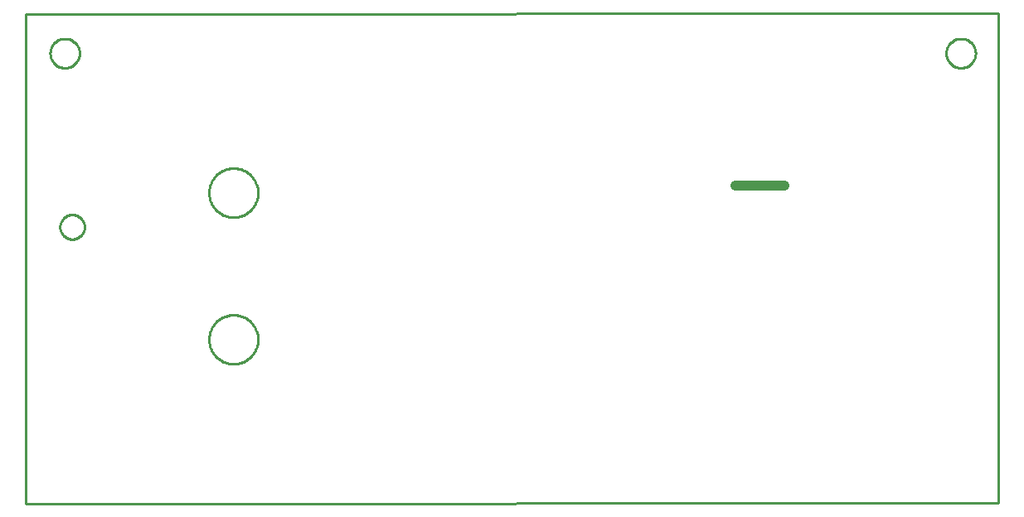
<source format=gko>
G04 EAGLE Gerber RS-274X export*
G75*
%MOMM*%
%FSLAX34Y34*%
%LPD*%
%INBoard Outline*%
%IPPOS*%
%AMOC8*
5,1,8,0,0,1.08239X$1,22.5*%
G01*
%ADD10C,0.254000*%
%ADD11C,1.016000*%
%ADD12C,0.000000*%
%ADD13C,0.254000*%


D10*
X0Y0D02*
X993050Y600D01*
X993050Y500950D01*
X0Y500350D01*
X0Y0D01*
D11*
X725000Y325000D02*
X775000Y325000D01*
D12*
X940000Y460000D02*
X940005Y460368D01*
X940018Y460736D01*
X940041Y461103D01*
X940072Y461470D01*
X940113Y461836D01*
X940162Y462201D01*
X940221Y462564D01*
X940288Y462926D01*
X940364Y463287D01*
X940450Y463645D01*
X940543Y464001D01*
X940646Y464354D01*
X940757Y464705D01*
X940877Y465053D01*
X941005Y465398D01*
X941142Y465740D01*
X941287Y466079D01*
X941440Y466413D01*
X941602Y466744D01*
X941771Y467071D01*
X941949Y467393D01*
X942134Y467712D01*
X942327Y468025D01*
X942528Y468334D01*
X942736Y468637D01*
X942952Y468935D01*
X943175Y469228D01*
X943405Y469516D01*
X943642Y469798D01*
X943886Y470073D01*
X944136Y470343D01*
X944393Y470607D01*
X944657Y470864D01*
X944927Y471114D01*
X945202Y471358D01*
X945484Y471595D01*
X945772Y471825D01*
X946065Y472048D01*
X946363Y472264D01*
X946666Y472472D01*
X946975Y472673D01*
X947288Y472866D01*
X947607Y473051D01*
X947929Y473229D01*
X948256Y473398D01*
X948587Y473560D01*
X948921Y473713D01*
X949260Y473858D01*
X949602Y473995D01*
X949947Y474123D01*
X950295Y474243D01*
X950646Y474354D01*
X950999Y474457D01*
X951355Y474550D01*
X951713Y474636D01*
X952074Y474712D01*
X952436Y474779D01*
X952799Y474838D01*
X953164Y474887D01*
X953530Y474928D01*
X953897Y474959D01*
X954264Y474982D01*
X954632Y474995D01*
X955000Y475000D01*
X955368Y474995D01*
X955736Y474982D01*
X956103Y474959D01*
X956470Y474928D01*
X956836Y474887D01*
X957201Y474838D01*
X957564Y474779D01*
X957926Y474712D01*
X958287Y474636D01*
X958645Y474550D01*
X959001Y474457D01*
X959354Y474354D01*
X959705Y474243D01*
X960053Y474123D01*
X960398Y473995D01*
X960740Y473858D01*
X961079Y473713D01*
X961413Y473560D01*
X961744Y473398D01*
X962071Y473229D01*
X962393Y473051D01*
X962712Y472866D01*
X963025Y472673D01*
X963334Y472472D01*
X963637Y472264D01*
X963935Y472048D01*
X964228Y471825D01*
X964516Y471595D01*
X964798Y471358D01*
X965073Y471114D01*
X965343Y470864D01*
X965607Y470607D01*
X965864Y470343D01*
X966114Y470073D01*
X966358Y469798D01*
X966595Y469516D01*
X966825Y469228D01*
X967048Y468935D01*
X967264Y468637D01*
X967472Y468334D01*
X967673Y468025D01*
X967866Y467712D01*
X968051Y467393D01*
X968229Y467071D01*
X968398Y466744D01*
X968560Y466413D01*
X968713Y466079D01*
X968858Y465740D01*
X968995Y465398D01*
X969123Y465053D01*
X969243Y464705D01*
X969354Y464354D01*
X969457Y464001D01*
X969550Y463645D01*
X969636Y463287D01*
X969712Y462926D01*
X969779Y462564D01*
X969838Y462201D01*
X969887Y461836D01*
X969928Y461470D01*
X969959Y461103D01*
X969982Y460736D01*
X969995Y460368D01*
X970000Y460000D01*
X969995Y459632D01*
X969982Y459264D01*
X969959Y458897D01*
X969928Y458530D01*
X969887Y458164D01*
X969838Y457799D01*
X969779Y457436D01*
X969712Y457074D01*
X969636Y456713D01*
X969550Y456355D01*
X969457Y455999D01*
X969354Y455646D01*
X969243Y455295D01*
X969123Y454947D01*
X968995Y454602D01*
X968858Y454260D01*
X968713Y453921D01*
X968560Y453587D01*
X968398Y453256D01*
X968229Y452929D01*
X968051Y452607D01*
X967866Y452288D01*
X967673Y451975D01*
X967472Y451666D01*
X967264Y451363D01*
X967048Y451065D01*
X966825Y450772D01*
X966595Y450484D01*
X966358Y450202D01*
X966114Y449927D01*
X965864Y449657D01*
X965607Y449393D01*
X965343Y449136D01*
X965073Y448886D01*
X964798Y448642D01*
X964516Y448405D01*
X964228Y448175D01*
X963935Y447952D01*
X963637Y447736D01*
X963334Y447528D01*
X963025Y447327D01*
X962712Y447134D01*
X962393Y446949D01*
X962071Y446771D01*
X961744Y446602D01*
X961413Y446440D01*
X961079Y446287D01*
X960740Y446142D01*
X960398Y446005D01*
X960053Y445877D01*
X959705Y445757D01*
X959354Y445646D01*
X959001Y445543D01*
X958645Y445450D01*
X958287Y445364D01*
X957926Y445288D01*
X957564Y445221D01*
X957201Y445162D01*
X956836Y445113D01*
X956470Y445072D01*
X956103Y445041D01*
X955736Y445018D01*
X955368Y445005D01*
X955000Y445000D01*
X954632Y445005D01*
X954264Y445018D01*
X953897Y445041D01*
X953530Y445072D01*
X953164Y445113D01*
X952799Y445162D01*
X952436Y445221D01*
X952074Y445288D01*
X951713Y445364D01*
X951355Y445450D01*
X950999Y445543D01*
X950646Y445646D01*
X950295Y445757D01*
X949947Y445877D01*
X949602Y446005D01*
X949260Y446142D01*
X948921Y446287D01*
X948587Y446440D01*
X948256Y446602D01*
X947929Y446771D01*
X947607Y446949D01*
X947288Y447134D01*
X946975Y447327D01*
X946666Y447528D01*
X946363Y447736D01*
X946065Y447952D01*
X945772Y448175D01*
X945484Y448405D01*
X945202Y448642D01*
X944927Y448886D01*
X944657Y449136D01*
X944393Y449393D01*
X944136Y449657D01*
X943886Y449927D01*
X943642Y450202D01*
X943405Y450484D01*
X943175Y450772D01*
X942952Y451065D01*
X942736Y451363D01*
X942528Y451666D01*
X942327Y451975D01*
X942134Y452288D01*
X941949Y452607D01*
X941771Y452929D01*
X941602Y453256D01*
X941440Y453587D01*
X941287Y453921D01*
X941142Y454260D01*
X941005Y454602D01*
X940877Y454947D01*
X940757Y455295D01*
X940646Y455646D01*
X940543Y455999D01*
X940450Y456355D01*
X940364Y456713D01*
X940288Y457074D01*
X940221Y457436D01*
X940162Y457799D01*
X940113Y458164D01*
X940072Y458530D01*
X940041Y458897D01*
X940018Y459264D01*
X940005Y459632D01*
X940000Y460000D01*
X187200Y167550D02*
X187208Y168164D01*
X187230Y168777D01*
X187268Y169389D01*
X187320Y170000D01*
X187388Y170610D01*
X187471Y171218D01*
X187568Y171824D01*
X187680Y172427D01*
X187807Y173028D01*
X187949Y173625D01*
X188106Y174218D01*
X188276Y174807D01*
X188462Y175392D01*
X188661Y175972D01*
X188875Y176547D01*
X189103Y177117D01*
X189345Y177681D01*
X189600Y178239D01*
X189869Y178790D01*
X190152Y179335D01*
X190448Y179872D01*
X190757Y180403D01*
X191079Y180925D01*
X191413Y181439D01*
X191760Y181945D01*
X192120Y182442D01*
X192491Y182931D01*
X192875Y183410D01*
X193270Y183879D01*
X193676Y184339D01*
X194094Y184789D01*
X194522Y185228D01*
X194961Y185656D01*
X195411Y186074D01*
X195871Y186480D01*
X196340Y186875D01*
X196819Y187259D01*
X197308Y187630D01*
X197805Y187990D01*
X198311Y188337D01*
X198825Y188671D01*
X199347Y188993D01*
X199878Y189302D01*
X200415Y189598D01*
X200960Y189881D01*
X201511Y190150D01*
X202069Y190405D01*
X202633Y190647D01*
X203203Y190875D01*
X203778Y191089D01*
X204358Y191288D01*
X204943Y191474D01*
X205532Y191644D01*
X206125Y191801D01*
X206722Y191943D01*
X207323Y192070D01*
X207926Y192182D01*
X208532Y192279D01*
X209140Y192362D01*
X209750Y192430D01*
X210361Y192482D01*
X210973Y192520D01*
X211586Y192542D01*
X212200Y192550D01*
X212814Y192542D01*
X213427Y192520D01*
X214039Y192482D01*
X214650Y192430D01*
X215260Y192362D01*
X215868Y192279D01*
X216474Y192182D01*
X217077Y192070D01*
X217678Y191943D01*
X218275Y191801D01*
X218868Y191644D01*
X219457Y191474D01*
X220042Y191288D01*
X220622Y191089D01*
X221197Y190875D01*
X221767Y190647D01*
X222331Y190405D01*
X222889Y190150D01*
X223440Y189881D01*
X223985Y189598D01*
X224522Y189302D01*
X225053Y188993D01*
X225575Y188671D01*
X226089Y188337D01*
X226595Y187990D01*
X227092Y187630D01*
X227581Y187259D01*
X228060Y186875D01*
X228529Y186480D01*
X228989Y186074D01*
X229439Y185656D01*
X229878Y185228D01*
X230306Y184789D01*
X230724Y184339D01*
X231130Y183879D01*
X231525Y183410D01*
X231909Y182931D01*
X232280Y182442D01*
X232640Y181945D01*
X232987Y181439D01*
X233321Y180925D01*
X233643Y180403D01*
X233952Y179872D01*
X234248Y179335D01*
X234531Y178790D01*
X234800Y178239D01*
X235055Y177681D01*
X235297Y177117D01*
X235525Y176547D01*
X235739Y175972D01*
X235938Y175392D01*
X236124Y174807D01*
X236294Y174218D01*
X236451Y173625D01*
X236593Y173028D01*
X236720Y172427D01*
X236832Y171824D01*
X236929Y171218D01*
X237012Y170610D01*
X237080Y170000D01*
X237132Y169389D01*
X237170Y168777D01*
X237192Y168164D01*
X237200Y167550D01*
X237192Y166936D01*
X237170Y166323D01*
X237132Y165711D01*
X237080Y165100D01*
X237012Y164490D01*
X236929Y163882D01*
X236832Y163276D01*
X236720Y162673D01*
X236593Y162072D01*
X236451Y161475D01*
X236294Y160882D01*
X236124Y160293D01*
X235938Y159708D01*
X235739Y159128D01*
X235525Y158553D01*
X235297Y157983D01*
X235055Y157419D01*
X234800Y156861D01*
X234531Y156310D01*
X234248Y155765D01*
X233952Y155228D01*
X233643Y154697D01*
X233321Y154175D01*
X232987Y153661D01*
X232640Y153155D01*
X232280Y152658D01*
X231909Y152169D01*
X231525Y151690D01*
X231130Y151221D01*
X230724Y150761D01*
X230306Y150311D01*
X229878Y149872D01*
X229439Y149444D01*
X228989Y149026D01*
X228529Y148620D01*
X228060Y148225D01*
X227581Y147841D01*
X227092Y147470D01*
X226595Y147110D01*
X226089Y146763D01*
X225575Y146429D01*
X225053Y146107D01*
X224522Y145798D01*
X223985Y145502D01*
X223440Y145219D01*
X222889Y144950D01*
X222331Y144695D01*
X221767Y144453D01*
X221197Y144225D01*
X220622Y144011D01*
X220042Y143812D01*
X219457Y143626D01*
X218868Y143456D01*
X218275Y143299D01*
X217678Y143157D01*
X217077Y143030D01*
X216474Y142918D01*
X215868Y142821D01*
X215260Y142738D01*
X214650Y142670D01*
X214039Y142618D01*
X213427Y142580D01*
X212814Y142558D01*
X212200Y142550D01*
X211586Y142558D01*
X210973Y142580D01*
X210361Y142618D01*
X209750Y142670D01*
X209140Y142738D01*
X208532Y142821D01*
X207926Y142918D01*
X207323Y143030D01*
X206722Y143157D01*
X206125Y143299D01*
X205532Y143456D01*
X204943Y143626D01*
X204358Y143812D01*
X203778Y144011D01*
X203203Y144225D01*
X202633Y144453D01*
X202069Y144695D01*
X201511Y144950D01*
X200960Y145219D01*
X200415Y145502D01*
X199878Y145798D01*
X199347Y146107D01*
X198825Y146429D01*
X198311Y146763D01*
X197805Y147110D01*
X197308Y147470D01*
X196819Y147841D01*
X196340Y148225D01*
X195871Y148620D01*
X195411Y149026D01*
X194961Y149444D01*
X194522Y149872D01*
X194094Y150311D01*
X193676Y150761D01*
X193270Y151221D01*
X192875Y151690D01*
X192491Y152169D01*
X192120Y152658D01*
X191760Y153155D01*
X191413Y153661D01*
X191079Y154175D01*
X190757Y154697D01*
X190448Y155228D01*
X190152Y155765D01*
X189869Y156310D01*
X189600Y156861D01*
X189345Y157419D01*
X189103Y157983D01*
X188875Y158553D01*
X188661Y159128D01*
X188462Y159708D01*
X188276Y160293D01*
X188106Y160882D01*
X187949Y161475D01*
X187807Y162072D01*
X187680Y162673D01*
X187568Y163276D01*
X187471Y163882D01*
X187388Y164490D01*
X187320Y165100D01*
X187268Y165711D01*
X187230Y166323D01*
X187208Y166936D01*
X187200Y167550D01*
X187200Y317550D02*
X187208Y318164D01*
X187230Y318777D01*
X187268Y319389D01*
X187320Y320000D01*
X187388Y320610D01*
X187471Y321218D01*
X187568Y321824D01*
X187680Y322427D01*
X187807Y323028D01*
X187949Y323625D01*
X188106Y324218D01*
X188276Y324807D01*
X188462Y325392D01*
X188661Y325972D01*
X188875Y326547D01*
X189103Y327117D01*
X189345Y327681D01*
X189600Y328239D01*
X189869Y328790D01*
X190152Y329335D01*
X190448Y329872D01*
X190757Y330403D01*
X191079Y330925D01*
X191413Y331439D01*
X191760Y331945D01*
X192120Y332442D01*
X192491Y332931D01*
X192875Y333410D01*
X193270Y333879D01*
X193676Y334339D01*
X194094Y334789D01*
X194522Y335228D01*
X194961Y335656D01*
X195411Y336074D01*
X195871Y336480D01*
X196340Y336875D01*
X196819Y337259D01*
X197308Y337630D01*
X197805Y337990D01*
X198311Y338337D01*
X198825Y338671D01*
X199347Y338993D01*
X199878Y339302D01*
X200415Y339598D01*
X200960Y339881D01*
X201511Y340150D01*
X202069Y340405D01*
X202633Y340647D01*
X203203Y340875D01*
X203778Y341089D01*
X204358Y341288D01*
X204943Y341474D01*
X205532Y341644D01*
X206125Y341801D01*
X206722Y341943D01*
X207323Y342070D01*
X207926Y342182D01*
X208532Y342279D01*
X209140Y342362D01*
X209750Y342430D01*
X210361Y342482D01*
X210973Y342520D01*
X211586Y342542D01*
X212200Y342550D01*
X212814Y342542D01*
X213427Y342520D01*
X214039Y342482D01*
X214650Y342430D01*
X215260Y342362D01*
X215868Y342279D01*
X216474Y342182D01*
X217077Y342070D01*
X217678Y341943D01*
X218275Y341801D01*
X218868Y341644D01*
X219457Y341474D01*
X220042Y341288D01*
X220622Y341089D01*
X221197Y340875D01*
X221767Y340647D01*
X222331Y340405D01*
X222889Y340150D01*
X223440Y339881D01*
X223985Y339598D01*
X224522Y339302D01*
X225053Y338993D01*
X225575Y338671D01*
X226089Y338337D01*
X226595Y337990D01*
X227092Y337630D01*
X227581Y337259D01*
X228060Y336875D01*
X228529Y336480D01*
X228989Y336074D01*
X229439Y335656D01*
X229878Y335228D01*
X230306Y334789D01*
X230724Y334339D01*
X231130Y333879D01*
X231525Y333410D01*
X231909Y332931D01*
X232280Y332442D01*
X232640Y331945D01*
X232987Y331439D01*
X233321Y330925D01*
X233643Y330403D01*
X233952Y329872D01*
X234248Y329335D01*
X234531Y328790D01*
X234800Y328239D01*
X235055Y327681D01*
X235297Y327117D01*
X235525Y326547D01*
X235739Y325972D01*
X235938Y325392D01*
X236124Y324807D01*
X236294Y324218D01*
X236451Y323625D01*
X236593Y323028D01*
X236720Y322427D01*
X236832Y321824D01*
X236929Y321218D01*
X237012Y320610D01*
X237080Y320000D01*
X237132Y319389D01*
X237170Y318777D01*
X237192Y318164D01*
X237200Y317550D01*
X237192Y316936D01*
X237170Y316323D01*
X237132Y315711D01*
X237080Y315100D01*
X237012Y314490D01*
X236929Y313882D01*
X236832Y313276D01*
X236720Y312673D01*
X236593Y312072D01*
X236451Y311475D01*
X236294Y310882D01*
X236124Y310293D01*
X235938Y309708D01*
X235739Y309128D01*
X235525Y308553D01*
X235297Y307983D01*
X235055Y307419D01*
X234800Y306861D01*
X234531Y306310D01*
X234248Y305765D01*
X233952Y305228D01*
X233643Y304697D01*
X233321Y304175D01*
X232987Y303661D01*
X232640Y303155D01*
X232280Y302658D01*
X231909Y302169D01*
X231525Y301690D01*
X231130Y301221D01*
X230724Y300761D01*
X230306Y300311D01*
X229878Y299872D01*
X229439Y299444D01*
X228989Y299026D01*
X228529Y298620D01*
X228060Y298225D01*
X227581Y297841D01*
X227092Y297470D01*
X226595Y297110D01*
X226089Y296763D01*
X225575Y296429D01*
X225053Y296107D01*
X224522Y295798D01*
X223985Y295502D01*
X223440Y295219D01*
X222889Y294950D01*
X222331Y294695D01*
X221767Y294453D01*
X221197Y294225D01*
X220622Y294011D01*
X220042Y293812D01*
X219457Y293626D01*
X218868Y293456D01*
X218275Y293299D01*
X217678Y293157D01*
X217077Y293030D01*
X216474Y292918D01*
X215868Y292821D01*
X215260Y292738D01*
X214650Y292670D01*
X214039Y292618D01*
X213427Y292580D01*
X212814Y292558D01*
X212200Y292550D01*
X211586Y292558D01*
X210973Y292580D01*
X210361Y292618D01*
X209750Y292670D01*
X209140Y292738D01*
X208532Y292821D01*
X207926Y292918D01*
X207323Y293030D01*
X206722Y293157D01*
X206125Y293299D01*
X205532Y293456D01*
X204943Y293626D01*
X204358Y293812D01*
X203778Y294011D01*
X203203Y294225D01*
X202633Y294453D01*
X202069Y294695D01*
X201511Y294950D01*
X200960Y295219D01*
X200415Y295502D01*
X199878Y295798D01*
X199347Y296107D01*
X198825Y296429D01*
X198311Y296763D01*
X197805Y297110D01*
X197308Y297470D01*
X196819Y297841D01*
X196340Y298225D01*
X195871Y298620D01*
X195411Y299026D01*
X194961Y299444D01*
X194522Y299872D01*
X194094Y300311D01*
X193676Y300761D01*
X193270Y301221D01*
X192875Y301690D01*
X192491Y302169D01*
X192120Y302658D01*
X191760Y303155D01*
X191413Y303661D01*
X191079Y304175D01*
X190757Y304697D01*
X190448Y305228D01*
X190152Y305765D01*
X189869Y306310D01*
X189600Y306861D01*
X189345Y307419D01*
X189103Y307983D01*
X188875Y308553D01*
X188661Y309128D01*
X188462Y309708D01*
X188276Y310293D01*
X188106Y310882D01*
X187949Y311475D01*
X187807Y312072D01*
X187680Y312673D01*
X187568Y313276D01*
X187471Y313882D01*
X187388Y314490D01*
X187320Y315100D01*
X187268Y315711D01*
X187230Y316323D01*
X187208Y316936D01*
X187200Y317550D01*
X25000Y460000D02*
X25005Y460368D01*
X25018Y460736D01*
X25041Y461103D01*
X25072Y461470D01*
X25113Y461836D01*
X25162Y462201D01*
X25221Y462564D01*
X25288Y462926D01*
X25364Y463287D01*
X25450Y463645D01*
X25543Y464001D01*
X25646Y464354D01*
X25757Y464705D01*
X25877Y465053D01*
X26005Y465398D01*
X26142Y465740D01*
X26287Y466079D01*
X26440Y466413D01*
X26602Y466744D01*
X26771Y467071D01*
X26949Y467393D01*
X27134Y467712D01*
X27327Y468025D01*
X27528Y468334D01*
X27736Y468637D01*
X27952Y468935D01*
X28175Y469228D01*
X28405Y469516D01*
X28642Y469798D01*
X28886Y470073D01*
X29136Y470343D01*
X29393Y470607D01*
X29657Y470864D01*
X29927Y471114D01*
X30202Y471358D01*
X30484Y471595D01*
X30772Y471825D01*
X31065Y472048D01*
X31363Y472264D01*
X31666Y472472D01*
X31975Y472673D01*
X32288Y472866D01*
X32607Y473051D01*
X32929Y473229D01*
X33256Y473398D01*
X33587Y473560D01*
X33921Y473713D01*
X34260Y473858D01*
X34602Y473995D01*
X34947Y474123D01*
X35295Y474243D01*
X35646Y474354D01*
X35999Y474457D01*
X36355Y474550D01*
X36713Y474636D01*
X37074Y474712D01*
X37436Y474779D01*
X37799Y474838D01*
X38164Y474887D01*
X38530Y474928D01*
X38897Y474959D01*
X39264Y474982D01*
X39632Y474995D01*
X40000Y475000D01*
X40368Y474995D01*
X40736Y474982D01*
X41103Y474959D01*
X41470Y474928D01*
X41836Y474887D01*
X42201Y474838D01*
X42564Y474779D01*
X42926Y474712D01*
X43287Y474636D01*
X43645Y474550D01*
X44001Y474457D01*
X44354Y474354D01*
X44705Y474243D01*
X45053Y474123D01*
X45398Y473995D01*
X45740Y473858D01*
X46079Y473713D01*
X46413Y473560D01*
X46744Y473398D01*
X47071Y473229D01*
X47393Y473051D01*
X47712Y472866D01*
X48025Y472673D01*
X48334Y472472D01*
X48637Y472264D01*
X48935Y472048D01*
X49228Y471825D01*
X49516Y471595D01*
X49798Y471358D01*
X50073Y471114D01*
X50343Y470864D01*
X50607Y470607D01*
X50864Y470343D01*
X51114Y470073D01*
X51358Y469798D01*
X51595Y469516D01*
X51825Y469228D01*
X52048Y468935D01*
X52264Y468637D01*
X52472Y468334D01*
X52673Y468025D01*
X52866Y467712D01*
X53051Y467393D01*
X53229Y467071D01*
X53398Y466744D01*
X53560Y466413D01*
X53713Y466079D01*
X53858Y465740D01*
X53995Y465398D01*
X54123Y465053D01*
X54243Y464705D01*
X54354Y464354D01*
X54457Y464001D01*
X54550Y463645D01*
X54636Y463287D01*
X54712Y462926D01*
X54779Y462564D01*
X54838Y462201D01*
X54887Y461836D01*
X54928Y461470D01*
X54959Y461103D01*
X54982Y460736D01*
X54995Y460368D01*
X55000Y460000D01*
X54995Y459632D01*
X54982Y459264D01*
X54959Y458897D01*
X54928Y458530D01*
X54887Y458164D01*
X54838Y457799D01*
X54779Y457436D01*
X54712Y457074D01*
X54636Y456713D01*
X54550Y456355D01*
X54457Y455999D01*
X54354Y455646D01*
X54243Y455295D01*
X54123Y454947D01*
X53995Y454602D01*
X53858Y454260D01*
X53713Y453921D01*
X53560Y453587D01*
X53398Y453256D01*
X53229Y452929D01*
X53051Y452607D01*
X52866Y452288D01*
X52673Y451975D01*
X52472Y451666D01*
X52264Y451363D01*
X52048Y451065D01*
X51825Y450772D01*
X51595Y450484D01*
X51358Y450202D01*
X51114Y449927D01*
X50864Y449657D01*
X50607Y449393D01*
X50343Y449136D01*
X50073Y448886D01*
X49798Y448642D01*
X49516Y448405D01*
X49228Y448175D01*
X48935Y447952D01*
X48637Y447736D01*
X48334Y447528D01*
X48025Y447327D01*
X47712Y447134D01*
X47393Y446949D01*
X47071Y446771D01*
X46744Y446602D01*
X46413Y446440D01*
X46079Y446287D01*
X45740Y446142D01*
X45398Y446005D01*
X45053Y445877D01*
X44705Y445757D01*
X44354Y445646D01*
X44001Y445543D01*
X43645Y445450D01*
X43287Y445364D01*
X42926Y445288D01*
X42564Y445221D01*
X42201Y445162D01*
X41836Y445113D01*
X41470Y445072D01*
X41103Y445041D01*
X40736Y445018D01*
X40368Y445005D01*
X40000Y445000D01*
X39632Y445005D01*
X39264Y445018D01*
X38897Y445041D01*
X38530Y445072D01*
X38164Y445113D01*
X37799Y445162D01*
X37436Y445221D01*
X37074Y445288D01*
X36713Y445364D01*
X36355Y445450D01*
X35999Y445543D01*
X35646Y445646D01*
X35295Y445757D01*
X34947Y445877D01*
X34602Y446005D01*
X34260Y446142D01*
X33921Y446287D01*
X33587Y446440D01*
X33256Y446602D01*
X32929Y446771D01*
X32607Y446949D01*
X32288Y447134D01*
X31975Y447327D01*
X31666Y447528D01*
X31363Y447736D01*
X31065Y447952D01*
X30772Y448175D01*
X30484Y448405D01*
X30202Y448642D01*
X29927Y448886D01*
X29657Y449136D01*
X29393Y449393D01*
X29136Y449657D01*
X28886Y449927D01*
X28642Y450202D01*
X28405Y450484D01*
X28175Y450772D01*
X27952Y451065D01*
X27736Y451363D01*
X27528Y451666D01*
X27327Y451975D01*
X27134Y452288D01*
X26949Y452607D01*
X26771Y452929D01*
X26602Y453256D01*
X26440Y453587D01*
X26287Y453921D01*
X26142Y454260D01*
X26005Y454602D01*
X25877Y454947D01*
X25757Y455295D01*
X25646Y455646D01*
X25543Y455999D01*
X25450Y456355D01*
X25364Y456713D01*
X25288Y457074D01*
X25221Y457436D01*
X25162Y457799D01*
X25113Y458164D01*
X25072Y458530D01*
X25041Y458897D01*
X25018Y459264D01*
X25005Y459632D01*
X25000Y460000D01*
X35125Y282575D02*
X35129Y282882D01*
X35140Y283188D01*
X35159Y283495D01*
X35185Y283800D01*
X35219Y284105D01*
X35260Y284409D01*
X35309Y284712D01*
X35365Y285014D01*
X35429Y285314D01*
X35500Y285612D01*
X35578Y285909D01*
X35663Y286204D01*
X35756Y286496D01*
X35856Y286786D01*
X35963Y287074D01*
X36077Y287359D01*
X36197Y287641D01*
X36325Y287919D01*
X36460Y288195D01*
X36601Y288467D01*
X36749Y288736D01*
X36903Y289001D01*
X37064Y289262D01*
X37232Y289520D01*
X37405Y289773D01*
X37585Y290021D01*
X37771Y290265D01*
X37962Y290505D01*
X38160Y290740D01*
X38363Y290969D01*
X38572Y291194D01*
X38786Y291414D01*
X39006Y291628D01*
X39231Y291837D01*
X39460Y292040D01*
X39695Y292238D01*
X39935Y292429D01*
X40179Y292615D01*
X40427Y292795D01*
X40680Y292968D01*
X40938Y293136D01*
X41199Y293297D01*
X41464Y293451D01*
X41733Y293599D01*
X42005Y293740D01*
X42281Y293875D01*
X42559Y294003D01*
X42841Y294123D01*
X43126Y294237D01*
X43414Y294344D01*
X43704Y294444D01*
X43996Y294537D01*
X44291Y294622D01*
X44588Y294700D01*
X44886Y294771D01*
X45186Y294835D01*
X45488Y294891D01*
X45791Y294940D01*
X46095Y294981D01*
X46400Y295015D01*
X46705Y295041D01*
X47012Y295060D01*
X47318Y295071D01*
X47625Y295075D01*
X47932Y295071D01*
X48238Y295060D01*
X48545Y295041D01*
X48850Y295015D01*
X49155Y294981D01*
X49459Y294940D01*
X49762Y294891D01*
X50064Y294835D01*
X50364Y294771D01*
X50662Y294700D01*
X50959Y294622D01*
X51254Y294537D01*
X51546Y294444D01*
X51836Y294344D01*
X52124Y294237D01*
X52409Y294123D01*
X52691Y294003D01*
X52969Y293875D01*
X53245Y293740D01*
X53517Y293599D01*
X53786Y293451D01*
X54051Y293297D01*
X54312Y293136D01*
X54570Y292968D01*
X54823Y292795D01*
X55071Y292615D01*
X55315Y292429D01*
X55555Y292238D01*
X55790Y292040D01*
X56019Y291837D01*
X56244Y291628D01*
X56464Y291414D01*
X56678Y291194D01*
X56887Y290969D01*
X57090Y290740D01*
X57288Y290505D01*
X57479Y290265D01*
X57665Y290021D01*
X57845Y289773D01*
X58018Y289520D01*
X58186Y289262D01*
X58347Y289001D01*
X58501Y288736D01*
X58649Y288467D01*
X58790Y288195D01*
X58925Y287919D01*
X59053Y287641D01*
X59173Y287359D01*
X59287Y287074D01*
X59394Y286786D01*
X59494Y286496D01*
X59587Y286204D01*
X59672Y285909D01*
X59750Y285612D01*
X59821Y285314D01*
X59885Y285014D01*
X59941Y284712D01*
X59990Y284409D01*
X60031Y284105D01*
X60065Y283800D01*
X60091Y283495D01*
X60110Y283188D01*
X60121Y282882D01*
X60125Y282575D01*
X60121Y282268D01*
X60110Y281962D01*
X60091Y281655D01*
X60065Y281350D01*
X60031Y281045D01*
X59990Y280741D01*
X59941Y280438D01*
X59885Y280136D01*
X59821Y279836D01*
X59750Y279538D01*
X59672Y279241D01*
X59587Y278946D01*
X59494Y278654D01*
X59394Y278364D01*
X59287Y278076D01*
X59173Y277791D01*
X59053Y277509D01*
X58925Y277231D01*
X58790Y276955D01*
X58649Y276683D01*
X58501Y276414D01*
X58347Y276149D01*
X58186Y275888D01*
X58018Y275630D01*
X57845Y275377D01*
X57665Y275129D01*
X57479Y274885D01*
X57288Y274645D01*
X57090Y274410D01*
X56887Y274181D01*
X56678Y273956D01*
X56464Y273736D01*
X56244Y273522D01*
X56019Y273313D01*
X55790Y273110D01*
X55555Y272912D01*
X55315Y272721D01*
X55071Y272535D01*
X54823Y272355D01*
X54570Y272182D01*
X54312Y272014D01*
X54051Y271853D01*
X53786Y271699D01*
X53517Y271551D01*
X53245Y271410D01*
X52969Y271275D01*
X52691Y271147D01*
X52409Y271027D01*
X52124Y270913D01*
X51836Y270806D01*
X51546Y270706D01*
X51254Y270613D01*
X50959Y270528D01*
X50662Y270450D01*
X50364Y270379D01*
X50064Y270315D01*
X49762Y270259D01*
X49459Y270210D01*
X49155Y270169D01*
X48850Y270135D01*
X48545Y270109D01*
X48238Y270090D01*
X47932Y270079D01*
X47625Y270075D01*
X47318Y270079D01*
X47012Y270090D01*
X46705Y270109D01*
X46400Y270135D01*
X46095Y270169D01*
X45791Y270210D01*
X45488Y270259D01*
X45186Y270315D01*
X44886Y270379D01*
X44588Y270450D01*
X44291Y270528D01*
X43996Y270613D01*
X43704Y270706D01*
X43414Y270806D01*
X43126Y270913D01*
X42841Y271027D01*
X42559Y271147D01*
X42281Y271275D01*
X42005Y271410D01*
X41733Y271551D01*
X41464Y271699D01*
X41199Y271853D01*
X40938Y272014D01*
X40680Y272182D01*
X40427Y272355D01*
X40179Y272535D01*
X39935Y272721D01*
X39695Y272912D01*
X39460Y273110D01*
X39231Y273313D01*
X39006Y273522D01*
X38786Y273736D01*
X38572Y273956D01*
X38363Y274181D01*
X38160Y274410D01*
X37962Y274645D01*
X37771Y274885D01*
X37585Y275129D01*
X37405Y275377D01*
X37232Y275630D01*
X37064Y275888D01*
X36903Y276149D01*
X36749Y276414D01*
X36601Y276683D01*
X36460Y276955D01*
X36325Y277231D01*
X36197Y277509D01*
X36077Y277791D01*
X35963Y278076D01*
X35856Y278364D01*
X35756Y278654D01*
X35663Y278946D01*
X35578Y279241D01*
X35500Y279538D01*
X35429Y279836D01*
X35365Y280136D01*
X35309Y280438D01*
X35260Y280741D01*
X35219Y281045D01*
X35185Y281350D01*
X35159Y281655D01*
X35140Y281962D01*
X35129Y282268D01*
X35125Y282575D01*
D13*
X0Y0D02*
X993050Y600D01*
X993050Y500950D01*
X0Y500350D01*
X0Y0D01*
X970000Y459464D02*
X969924Y458396D01*
X969771Y457335D01*
X969543Y456288D01*
X969241Y455260D01*
X968867Y454256D01*
X968422Y453281D01*
X967908Y452341D01*
X967329Y451440D01*
X966687Y450582D01*
X965985Y449772D01*
X965228Y449015D01*
X964418Y448313D01*
X963560Y447671D01*
X962659Y447092D01*
X961719Y446578D01*
X960744Y446133D01*
X959740Y445759D01*
X958712Y445457D01*
X957665Y445229D01*
X956604Y445076D01*
X955536Y445000D01*
X954464Y445000D01*
X953396Y445076D01*
X952335Y445229D01*
X951288Y445457D01*
X950260Y445759D01*
X949256Y446133D01*
X948281Y446578D01*
X947341Y447092D01*
X946440Y447671D01*
X945582Y448313D01*
X944772Y449015D01*
X944015Y449772D01*
X943313Y450582D01*
X942671Y451440D01*
X942092Y452341D01*
X941578Y453281D01*
X941133Y454256D01*
X940759Y455260D01*
X940457Y456288D01*
X940229Y457335D01*
X940076Y458396D01*
X940000Y459464D01*
X940000Y460536D01*
X940076Y461604D01*
X940229Y462665D01*
X940457Y463712D01*
X940759Y464740D01*
X941133Y465744D01*
X941578Y466719D01*
X942092Y467659D01*
X942671Y468560D01*
X943313Y469418D01*
X944015Y470228D01*
X944772Y470985D01*
X945582Y471687D01*
X946440Y472329D01*
X947341Y472908D01*
X948281Y473422D01*
X949256Y473867D01*
X950260Y474241D01*
X951288Y474543D01*
X952335Y474771D01*
X953396Y474924D01*
X954464Y475000D01*
X955536Y475000D01*
X956604Y474924D01*
X957665Y474771D01*
X958712Y474543D01*
X959740Y474241D01*
X960744Y473867D01*
X961719Y473422D01*
X962659Y472908D01*
X963560Y472329D01*
X964418Y471687D01*
X965228Y470985D01*
X965985Y470228D01*
X966687Y469418D01*
X967329Y468560D01*
X967908Y467659D01*
X968422Y466719D01*
X968867Y465744D01*
X969241Y464740D01*
X969543Y463712D01*
X969771Y462665D01*
X969924Y461604D01*
X970000Y460536D01*
X970000Y459464D01*
X212901Y192550D02*
X214302Y192471D01*
X215696Y192314D01*
X217079Y192079D01*
X218447Y191767D01*
X219795Y191379D01*
X221119Y190915D01*
X222415Y190379D01*
X223679Y189770D01*
X224907Y189091D01*
X226095Y188345D01*
X227239Y187533D01*
X228336Y186658D01*
X229382Y185724D01*
X230374Y184732D01*
X231308Y183686D01*
X232183Y182589D01*
X232995Y181445D01*
X233741Y180257D01*
X234420Y179029D01*
X235029Y177765D01*
X235565Y176469D01*
X236029Y175145D01*
X236417Y173797D01*
X236729Y172429D01*
X236964Y171046D01*
X237121Y169652D01*
X237200Y168251D01*
X237200Y166849D01*
X237121Y165448D01*
X236964Y164054D01*
X236729Y162671D01*
X236417Y161303D01*
X236029Y159955D01*
X235565Y158631D01*
X235029Y157335D01*
X234420Y156071D01*
X233741Y154843D01*
X232995Y153655D01*
X232183Y152511D01*
X231308Y151414D01*
X230374Y150368D01*
X229382Y149376D01*
X228336Y148442D01*
X227239Y147567D01*
X226095Y146755D01*
X224907Y146009D01*
X223679Y145330D01*
X222415Y144721D01*
X221119Y144185D01*
X219795Y143721D01*
X218447Y143333D01*
X217079Y143021D01*
X215696Y142786D01*
X214302Y142629D01*
X212901Y142550D01*
X211499Y142550D01*
X210098Y142629D01*
X208704Y142786D01*
X207321Y143021D01*
X205953Y143333D01*
X204605Y143721D01*
X203281Y144185D01*
X201985Y144721D01*
X200721Y145330D01*
X199493Y146009D01*
X198305Y146755D01*
X197161Y147567D01*
X196064Y148442D01*
X195018Y149376D01*
X194026Y150368D01*
X193092Y151414D01*
X192217Y152511D01*
X191405Y153655D01*
X190659Y154843D01*
X189980Y156071D01*
X189371Y157335D01*
X188835Y158631D01*
X188371Y159955D01*
X187983Y161303D01*
X187671Y162671D01*
X187436Y164054D01*
X187279Y165448D01*
X187200Y166849D01*
X187200Y168251D01*
X187279Y169652D01*
X187436Y171046D01*
X187671Y172429D01*
X187983Y173797D01*
X188371Y175145D01*
X188835Y176469D01*
X189371Y177765D01*
X189980Y179029D01*
X190659Y180257D01*
X191405Y181445D01*
X192217Y182589D01*
X193092Y183686D01*
X194026Y184732D01*
X195018Y185724D01*
X196064Y186658D01*
X197161Y187533D01*
X198305Y188345D01*
X199493Y189091D01*
X200721Y189770D01*
X201985Y190379D01*
X203281Y190915D01*
X204605Y191379D01*
X205953Y191767D01*
X207321Y192079D01*
X208704Y192314D01*
X210098Y192471D01*
X211499Y192550D01*
X212901Y192550D01*
X212901Y342550D02*
X214302Y342471D01*
X215696Y342314D01*
X217079Y342079D01*
X218447Y341767D01*
X219795Y341379D01*
X221119Y340915D01*
X222415Y340379D01*
X223679Y339770D01*
X224907Y339091D01*
X226095Y338345D01*
X227239Y337533D01*
X228336Y336658D01*
X229382Y335724D01*
X230374Y334732D01*
X231308Y333686D01*
X232183Y332589D01*
X232995Y331445D01*
X233741Y330257D01*
X234420Y329029D01*
X235029Y327765D01*
X235565Y326469D01*
X236029Y325145D01*
X236417Y323797D01*
X236729Y322429D01*
X236964Y321046D01*
X237121Y319652D01*
X237200Y318251D01*
X237200Y316849D01*
X237121Y315448D01*
X236964Y314054D01*
X236729Y312671D01*
X236417Y311303D01*
X236029Y309955D01*
X235565Y308631D01*
X235029Y307335D01*
X234420Y306071D01*
X233741Y304843D01*
X232995Y303655D01*
X232183Y302511D01*
X231308Y301414D01*
X230374Y300368D01*
X229382Y299376D01*
X228336Y298442D01*
X227239Y297567D01*
X226095Y296755D01*
X224907Y296009D01*
X223679Y295330D01*
X222415Y294721D01*
X221119Y294185D01*
X219795Y293721D01*
X218447Y293333D01*
X217079Y293021D01*
X215696Y292786D01*
X214302Y292629D01*
X212901Y292550D01*
X211499Y292550D01*
X210098Y292629D01*
X208704Y292786D01*
X207321Y293021D01*
X205953Y293333D01*
X204605Y293721D01*
X203281Y294185D01*
X201985Y294721D01*
X200721Y295330D01*
X199493Y296009D01*
X198305Y296755D01*
X197161Y297567D01*
X196064Y298442D01*
X195018Y299376D01*
X194026Y300368D01*
X193092Y301414D01*
X192217Y302511D01*
X191405Y303655D01*
X190659Y304843D01*
X189980Y306071D01*
X189371Y307335D01*
X188835Y308631D01*
X188371Y309955D01*
X187983Y311303D01*
X187671Y312671D01*
X187436Y314054D01*
X187279Y315448D01*
X187200Y316849D01*
X187200Y318251D01*
X187279Y319652D01*
X187436Y321046D01*
X187671Y322429D01*
X187983Y323797D01*
X188371Y325145D01*
X188835Y326469D01*
X189371Y327765D01*
X189980Y329029D01*
X190659Y330257D01*
X191405Y331445D01*
X192217Y332589D01*
X193092Y333686D01*
X194026Y334732D01*
X195018Y335724D01*
X196064Y336658D01*
X197161Y337533D01*
X198305Y338345D01*
X199493Y339091D01*
X200721Y339770D01*
X201985Y340379D01*
X203281Y340915D01*
X204605Y341379D01*
X205953Y341767D01*
X207321Y342079D01*
X208704Y342314D01*
X210098Y342471D01*
X211499Y342550D01*
X212901Y342550D01*
X55000Y459464D02*
X54924Y458396D01*
X54771Y457335D01*
X54543Y456288D01*
X54241Y455260D01*
X53867Y454256D01*
X53422Y453281D01*
X52908Y452341D01*
X52329Y451440D01*
X51687Y450582D01*
X50985Y449772D01*
X50228Y449015D01*
X49418Y448313D01*
X48560Y447671D01*
X47659Y447092D01*
X46719Y446578D01*
X45744Y446133D01*
X44740Y445759D01*
X43712Y445457D01*
X42665Y445229D01*
X41604Y445076D01*
X40536Y445000D01*
X39464Y445000D01*
X38396Y445076D01*
X37335Y445229D01*
X36288Y445457D01*
X35260Y445759D01*
X34256Y446133D01*
X33281Y446578D01*
X32341Y447092D01*
X31440Y447671D01*
X30582Y448313D01*
X29772Y449015D01*
X29015Y449772D01*
X28313Y450582D01*
X27671Y451440D01*
X27092Y452341D01*
X26578Y453281D01*
X26133Y454256D01*
X25759Y455260D01*
X25457Y456288D01*
X25229Y457335D01*
X25076Y458396D01*
X25000Y459464D01*
X25000Y460536D01*
X25076Y461604D01*
X25229Y462665D01*
X25457Y463712D01*
X25759Y464740D01*
X26133Y465744D01*
X26578Y466719D01*
X27092Y467659D01*
X27671Y468560D01*
X28313Y469418D01*
X29015Y470228D01*
X29772Y470985D01*
X30582Y471687D01*
X31440Y472329D01*
X32341Y472908D01*
X33281Y473422D01*
X34256Y473867D01*
X35260Y474241D01*
X36288Y474543D01*
X37335Y474771D01*
X38396Y474924D01*
X39464Y475000D01*
X40536Y475000D01*
X41604Y474924D01*
X42665Y474771D01*
X43712Y474543D01*
X44740Y474241D01*
X45744Y473867D01*
X46719Y473422D01*
X47659Y472908D01*
X48560Y472329D01*
X49418Y471687D01*
X50228Y470985D01*
X50985Y470228D01*
X51687Y469418D01*
X52329Y468560D01*
X52908Y467659D01*
X53422Y466719D01*
X53867Y465744D01*
X54241Y464740D01*
X54543Y463712D01*
X54771Y462665D01*
X54924Y461604D01*
X55000Y460536D01*
X55000Y459464D01*
X47134Y270075D02*
X46155Y270152D01*
X45185Y270306D01*
X44229Y270535D01*
X43295Y270839D01*
X42388Y271214D01*
X41513Y271660D01*
X40675Y272174D01*
X39880Y272751D01*
X39133Y273389D01*
X38439Y274083D01*
X37801Y274830D01*
X37224Y275625D01*
X36710Y276463D01*
X36264Y277338D01*
X35889Y278245D01*
X35585Y279179D01*
X35356Y280135D01*
X35202Y281105D01*
X35125Y282084D01*
X35125Y283066D01*
X35202Y284045D01*
X35356Y285016D01*
X35585Y285971D01*
X35889Y286905D01*
X36264Y287812D01*
X36710Y288687D01*
X37224Y289525D01*
X37801Y290320D01*
X38439Y291067D01*
X39133Y291761D01*
X39880Y292399D01*
X40675Y292976D01*
X41513Y293490D01*
X42388Y293936D01*
X43295Y294311D01*
X44229Y294615D01*
X45185Y294844D01*
X46155Y294998D01*
X47134Y295075D01*
X48116Y295075D01*
X49095Y294998D01*
X50066Y294844D01*
X51021Y294615D01*
X51955Y294311D01*
X52862Y293936D01*
X53737Y293490D01*
X54575Y292976D01*
X55370Y292399D01*
X56117Y291761D01*
X56811Y291067D01*
X57449Y290320D01*
X58026Y289525D01*
X58540Y288687D01*
X58986Y287812D01*
X59361Y286905D01*
X59665Y285971D01*
X59894Y285016D01*
X60048Y284045D01*
X60125Y283066D01*
X60125Y282084D01*
X60048Y281105D01*
X59894Y280135D01*
X59665Y279179D01*
X59361Y278245D01*
X58986Y277338D01*
X58540Y276463D01*
X58026Y275625D01*
X57449Y274830D01*
X56811Y274083D01*
X56117Y273389D01*
X55370Y272751D01*
X54575Y272174D01*
X53737Y271660D01*
X52862Y271214D01*
X51955Y270839D01*
X51021Y270535D01*
X50066Y270306D01*
X49095Y270152D01*
X48116Y270075D01*
X47134Y270075D01*
M02*

</source>
